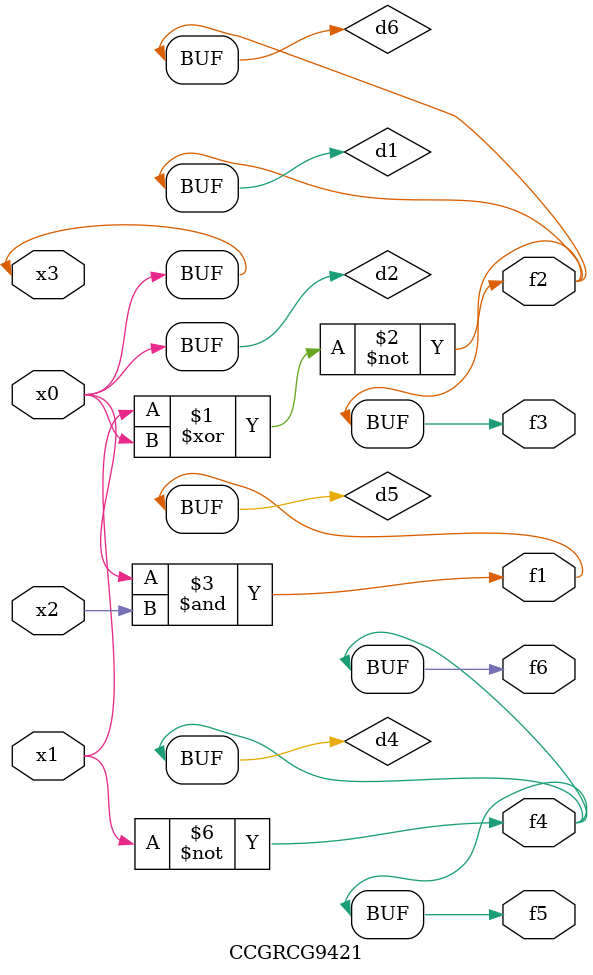
<source format=v>
module CCGRCG9421(
	input x0, x1, x2, x3,
	output f1, f2, f3, f4, f5, f6
);

	wire d1, d2, d3, d4, d5, d6;

	xnor (d1, x1, x3);
	buf (d2, x0, x3);
	nand (d3, x0, x2);
	not (d4, x1);
	nand (d5, d3);
	or (d6, d1);
	assign f1 = d5;
	assign f2 = d6;
	assign f3 = d6;
	assign f4 = d4;
	assign f5 = d4;
	assign f6 = d4;
endmodule

</source>
